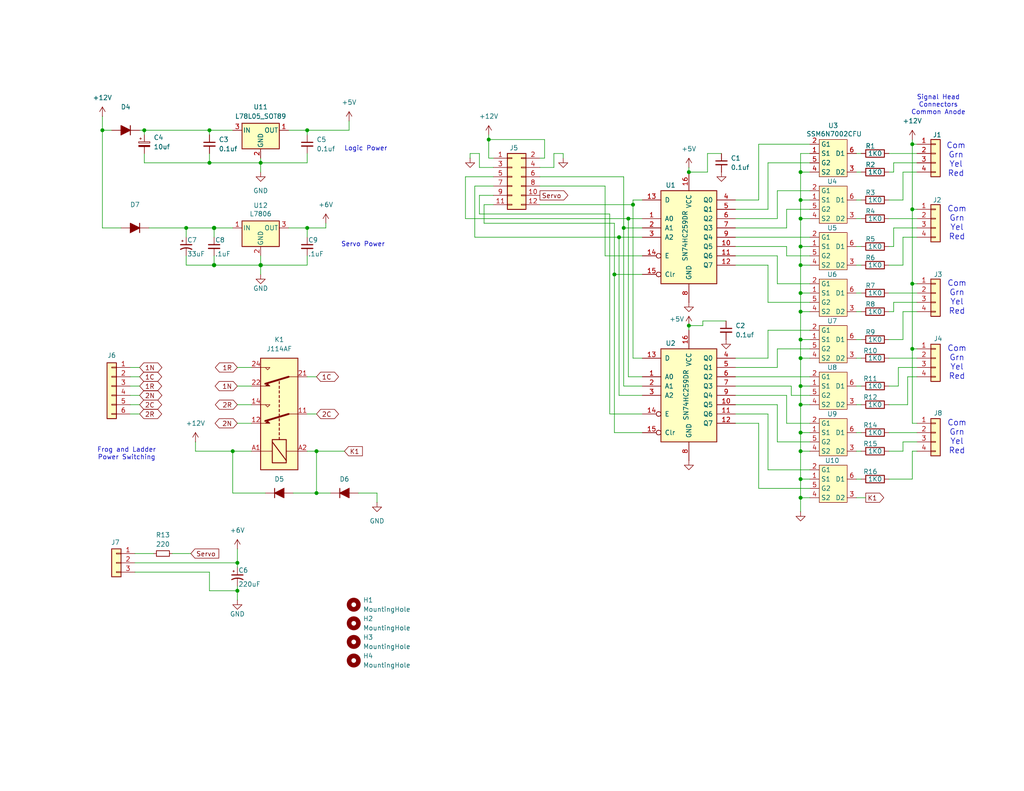
<source format=kicad_sch>
(kicad_sch (version 20250114) (generator "eeschema") (generator_version "9.0")
  (paper "A")
  (title_block (title "Serial Model Railroad Control") (date "2025-03-24") (rev "n/c") (company "DMFE") (comment 1 "Switch Machine and Signals"))
  (lib_symbols
    (symbol "2025-03-24_22-47-57:SSM6N7002CF"
      (property "Reference" "U" (at -3.048 6.096 0))
      (symbol "SSM6N7002CF_1_1"
        (pin input line (at -6.35 2.54 0) (length 2.54) (name "G1") (number "2"))
        (pin power_in line (at -6.35 0 0) (length 2.54) (name "S1") (number "1"))
        (pin input line (at -6.35 -2.54 0) (length 2.54) (name "G2") (number "5"))
        (pin power_in line (at -6.35 -5.08 0) (length 2.54) (name "S2") (number "4"))
        (pin output line (at 6.35 0 180) (length 2.54) (name "D1") (number "6"))
        (pin output line (at 6.35 -5.08 180) (length 2.54) (name "D2") (number "3"))
      )
    )
    (symbol "74xx:74LS259" (pin_names (offset 1.016))
      (property "Reference" "U" (at -7.62 13.97 0))
      (property "Value" "74LS259" (at -7.62 -13.97 0))
      (symbol "74LS259_1_0"
        (pin input line (at -12.7 10.16 0) (length 5.08) (name "D") (number "13"))
        (pin input line (at -12.7 5.08 0) (length 5.08) (name "A0") (number "1"))
        (pin input line (at -12.7 2.54 0) (length 5.08) (name "A1") (number "2"))
        (pin input line (at -12.7 0 0) (length 5.08) (name "A2") (number "3"))
        (pin input inverted (at -12.7 -5.08 0) (length 5.08) (name "E") (number "14"))
        (pin input inverted (at -12.7 -10.16 0) (length 5.08) (name "Clr") (number "15"))
        (pin power_in line (at 0 17.78 270) (length 5.08) (name "VCC") (number "16"))
        (pin power_in line (at 0 -17.78 90) (length 5.08) (name "GND") (number "8"))
        (pin output line (at 12.7 10.16 180) (length 5.08) (name "Q0") (number "4"))
        (pin output line (at 12.7 7.62 180) (length 5.08) (name "Q1") (number "5"))
        (pin output line (at 12.7 5.08 180) (length 5.08) (name "Q2") (number "6"))
        (pin output line (at 12.7 2.54 180) (length 5.08) (name "Q3") (number "7"))
        (pin output line (at 12.7 0 180) (length 5.08) (name "Q4") (number "9"))
        (pin output line (at 12.7 -2.54 180) (length 5.08) (name "Q5") (number "10"))
        (pin output line (at 12.7 -5.08 180) (length 5.08) (name "Q6") (number "11"))
        (pin output line (at 12.7 -7.62 180) (length 5.08) (name "Q7") (number "12"))
      )
    )
    (symbol "Connector_Generic:Conn_01x03" (pin_names (offset 1.016) (hide yes))
      (property "Reference" "J" (at 0 5.08 0))
      (property "Value" "Conn_01x03" (at 0 -5.08 0))
      (symbol "Conn_01x03_1_1"
        (pin passive line (at -5.08 2.54 0) (length 3.81) (name "Pin_1") (number "1"))
        (pin passive line (at -5.08 0 0) (length 3.81) (name "Pin_2") (number "2"))
        (pin passive line (at -5.08 -2.54 0) (length 3.81) (name "Pin_3") (number "3"))
      )
    )
    (symbol "Connector_Generic:Conn_01x04" (pin_names (offset 1.016) (hide yes))
      (property "Reference" "J" (at 0 5.08 0))
      (property "Value" "Conn_01x04" (at 0 -7.62 0))
      (symbol "Conn_01x04_1_1"
        (pin passive line (at -5.08 2.54 0) (length 3.81) (name "Pin_1") (number "1"))
        (pin passive line (at -5.08 0 0) (length 3.81) (name "Pin_2") (number "2"))
        (pin passive line (at -5.08 -2.54 0) (length 3.81) (name "Pin_3") (number "3"))
        (pin passive line (at -5.08 -5.08 0) (length 3.81) (name "Pin_4") (number "4"))
      )
    )
    (symbol "Connector_Generic:Conn_01x06" (pin_names (offset 1.016) (hide yes))
      (property "Reference" "J" (at 0 7.62 0))
      (property "Value" "Conn_01x06" (at 0 -10.16 0))
      (symbol "Conn_01x06_1_1"
        (pin passive line (at -5.08 5.08 0) (length 3.81) (name "Pin_1") (number "1"))
        (pin passive line (at -5.08 2.54 0) (length 3.81) (name "Pin_2") (number "2"))
        (pin passive line (at -5.08 0 0) (length 3.81) (name "Pin_3") (number "3"))
        (pin passive line (at -5.08 -2.54 0) (length 3.81) (name "Pin_4") (number "4"))
        (pin passive line (at -5.08 -5.08 0) (length 3.81) (name "Pin_5") (number "5"))
        (pin passive line (at -5.08 -7.62 0) (length 3.81) (name "Pin_6") (number "6"))
      )
    )
    (symbol "Connector_Generic:Conn_02x06_Odd_Even" (pin_names (offset 1.016) (hide yes))
      (property "Reference" "J" (at 1.27 7.62 0))
      (property "Value" "Conn_02x06_Odd_Even" (at 1.27 -10.16 0))
      (symbol "Conn_02x06_Odd_Even_1_1"
        (pin passive line (at -5.08 5.08 0) (length 3.81) (name "Pin_1") (number "1"))
        (pin passive line (at -5.08 2.54 0) (length 3.81) (name "Pin_3") (number "3"))
        (pin passive line (at -5.08 0 0) (length 3.81) (name "Pin_5") (number "5"))
        (pin passive line (at -5.08 -2.54 0) (length 3.81) (name "Pin_7") (number "7"))
        (pin passive line (at -5.08 -5.08 0) (length 3.81) (name "Pin_9") (number "9"))
        (pin passive line (at -5.08 -7.62 0) (length 3.81) (name "Pin_11") (number "11"))
        (pin passive line (at 7.62 5.08 180) (length 3.81) (name "Pin_2") (number "2"))
        (pin passive line (at 7.62 2.54 180) (length 3.81) (name "Pin_4") (number "4"))
        (pin passive line (at 7.62 0 180) (length 3.81) (name "Pin_6") (number "6"))
        (pin passive line (at 7.62 -2.54 180) (length 3.81) (name "Pin_8") (number "8"))
        (pin passive line (at 7.62 -5.08 180) (length 3.81) (name "Pin_10") (number "10"))
        (pin passive line (at 7.62 -7.62 180) (length 3.81) (name "Pin_12") (number "12"))
      )
    )
    (symbol "Device:CP1_Small" (pin_numbers (hide yes)) (pin_names (offset 0.254) (hide yes))
      (property "Reference" "C" (at 0.254 1.778 0))
      (property "Value" "CP1_Small" (at 0.254 -2.032 0))
      (symbol "CP1_Small_1_1"
        (pin passive line (at 0 2.54 270) (length 2.032) (name "~") (number "1"))
        (pin passive line (at 0 -2.54 90) (length 2.032) (name "~") (number "2"))
      )
    )
    (symbol "Device:C_Polarized_Small" (pin_numbers (hide yes)) (pin_names (offset 0.254) (hide yes))
      (property "Reference" "C" (at 0.254 1.778 0))
      (property "Value" "C_Polarized_Small" (at 0.254 -2.032 0))
      (symbol "C_Polarized_Small_1_1"
        (pin passive line (at 0 2.54 270) (length 1.8542) (name "~") (number "1"))
        (pin passive line (at 0 -2.54 90) (length 1.8542) (name "~") (number "2"))
      )
    )
    (symbol "Device:C_Small" (pin_numbers (hide yes)) (pin_names (offset 0.254) (hide yes))
      (property "Reference" "C" (at 0.254 1.778 0))
      (property "Value" "C_Small" (at 0.254 -2.032 0))
      (symbol "C_Small_1_1"
        (pin passive line (at 0 2.54 270) (length 2.032) (name "~") (number "1"))
        (pin passive line (at 0 -2.54 90) (length 2.032) (name "~") (number "2"))
      )
    )
    (symbol "Device:D_Filled" (pin_numbers (hide yes)) (pin_names (offset 1.016) (hide yes))
      (property "Reference" "D" (at 0 2.54 0))
      (property "Value" "D_Filled" (at 0 -2.54 0))
      (symbol "D_Filled_1_1"
        (pin passive line (at -3.81 0 0) (length 2.54) (name "K") (number "1"))
        (pin passive line (at 3.81 0 180) (length 2.54) (name "A") (number "2"))
      )
    )
    (symbol "Device:R" (pin_numbers (hide yes)) (pin_names (offset 0))
      (property "Reference" "R" (at 2.032 0 90))
      (property "Value" "R" (at 0 0 90))
      (symbol "R_1_1"
        (pin passive line (at 0 3.81 270) (length 1.27) (name "~") (number "1"))
        (pin passive line (at 0 -3.81 90) (length 1.27) (name "~") (number "2"))
      )
    )
    (symbol "Device:R_Small" (pin_numbers (hide yes)) (pin_names (offset 0.254) (hide yes))
      (property "Reference" "R" (at 0.762 0.508 0))
      (property "Value" "R_Small" (at 0.762 -1.016 0))
      (symbol "R_Small_1_1"
        (pin passive line (at 0 2.54 270) (length 0.762) (name "~") (number "1"))
        (pin passive line (at 0 -2.54 90) (length 0.762) (name "~") (number "2"))
      )
    )
    (symbol "Mechanical:MountingHole" (pin_names (offset 1.016)) (exclude_from_sim yes) (in_bom no)
      (property "Reference" "H" (at 0 5.08 0))
      (property "Value" "MountingHole" (at 0 3.175 0))
    )
    (symbol "Regulator_Linear:L7805" (pin_names (offset 0.254))
      (property "Reference" "U" (at -3.81 3.175 0))
      (property "Value" "L7805" (at 0 3.175 0))
      (symbol "L7805_1_1"
        (pin power_in line (at -7.62 0 0) (length 2.54) (name "IN") (number "1"))
        (pin power_in line (at 0 -7.62 90) (length 2.54) (name "GND") (number "2"))
        (pin power_out line (at 7.62 0 180) (length 2.54) (name "OUT") (number "3"))
      )
    )
    (symbol "Regulator_Linear:L78L05_SOT89" (pin_names (offset 0.254))
      (property "Reference" "U" (at -3.81 3.175 0))
      (property "Value" "L78L05_SOT89" (at -0.635 3.175 0))
      (symbol "L78L05_SOT89_1_1"
        (pin power_in line (at -7.62 0 0) (length 2.54) (name "IN") (number "3"))
        (pin power_in line (at 0 -7.62 90) (length 2.54) (name "GND") (number "2"))
        (pin power_out line (at 7.62 0 180) (length 2.54) (name "OUT") (number "1"))
      )
    )
    (symbol "Relay:FINDER-40.52"
      (property "Reference" "K" (at 16.51 3.81 0))
      (property "Value" "FINDER-40.52" (at 16.51 1.27 0))
      (symbol "FINDER-40.52_1_1"
        (pin passive line (at -10.16 7.62 270) (length 2.54) (name "~") (number "A1"))
        (pin passive line (at -10.16 -7.62 90) (length 2.54) (name "~") (number "A2"))
        (pin passive line (at -2.54 7.62 270) (length 2.54) (name "~") (number "12"))
        (pin passive line (at 0 -7.62 90) (length 2.54) (name "~") (number "11"))
        (pin passive line (at 2.54 7.62 270) (length 2.54) (name "~") (number "14"))
        (pin passive line (at 7.62 7.62 270) (length 2.54) (name "~") (number "22"))
        (pin passive line (at 10.16 -7.62 90) (length 2.54) (name "~") (number "21"))
        (pin passive line (at 12.7 7.62 270) (length 2.54) (name "~") (number "24"))
      )
    )
    (symbol "power:+12V" (power) (pin_numbers (hide yes)) (pin_names (offset 0) (hide yes))
      (property "Value" "+12V" (at 0 3.556 0))
      (symbol "+12V_1_1"
        (pin power_in line (at 0 0 90) (length 0) (name "~") (number "1"))
      )
    )
    (symbol "power:+5V" (power) (pin_numbers (hide yes)) (pin_names (offset 0) (hide yes))
      (property "Value" "+5V" (at 0 3.556 0))
      (symbol "+5V_1_1"
        (pin power_in line (at 0 0 90) (length 0) (name "~") (number "1"))
      )
    )
    (symbol "power:+6V" (power) (pin_numbers (hide yes)) (pin_names (offset 0) (hide yes))
      (property "Value" "+6V" (at 0 3.556 0))
      (symbol "+6V_1_1"
        (pin power_in line (at 0 0 90) (length 0) (name "~") (number "1"))
      )
    )
    (symbol "power:GND" (power) (pin_numbers (hide yes)) (pin_names (offset 0) (hide yes))
      (property "Value" "GND" (at 0 -3.81 0))
      (symbol "GND_1_1"
        (pin power_in line (at 0 0 270) (length 0) (name "~") (number "1"))
      )
    )
  )
  (text "Servo Power" (at 99.06 66.802 0) (effects (font (size 1.27 1.27))))
  (text "Com\nGrn\nYel\nRed" (at 261.112 119.38 0) (effects (font (size 1.5748 1.5748))))
  (text "Com\nGrn\nYel\nRed" (at 261.112 60.96 0) (effects (font (size 1.5748 1.5748))))
  (text "Com\nGrn\nYel\nRed" (at 261.112 81.28 0) (effects (font (size 1.5748 1.5748))))
  (text "Com\nGrn\nYel\nRed" (at 261.112 99.06 0) (effects (font (size 1.5748 1.5748))))
  (text "Com\nGrn\nYel\nRed" (at 260.858 43.688 0) (effects (font (size 1.5748 1.5748))))
  (text "Frog and Ladder\nPower Switching" (at 34.544 123.952 0) (effects (font (size 1.27 1.27))))
  (text "Logic Power" (at 99.822 40.64 0) (effects (font (size 1.27 1.27))))
  (text "Signal Head\nConnectors\nCommon Anode" (at 256.032 28.702 0) (effects (font (size 1.27 1.27))))
  (junction (at 218.44 135.89))
  (junction (at 58.42 62.23) (diameter 1.016))
  (junction (at 58.42 72.39) (diameter 1.016))
  (junction (at 218.44 67.31))
  (junction (at 218.44 46.99))
  (junction (at 218.44 72.39))
  (junction (at 71.12 72.39) (diameter 1.016))
  (junction (at 218.44 92.71))
  (junction (at 83.82 62.23))
  (junction (at 57.15 44.45))
  (junction (at 218.44 110.49))
  (junction (at 168.91 64.77))
  (junction (at 218.44 59.69))
  (junction (at 187.96 88.9))
  (junction (at 218.44 123.19))
  (junction (at 248.92 77.47))
  (junction (at 86.36 134.62))
  (junction (at 170.18 62.23))
  (junction (at 86.36 123.19))
  (junction (at 218.44 97.79))
  (junction (at 39.37 35.56))
  (junction (at 248.92 39.37))
  (junction (at 71.12 44.45))
  (junction (at 187.96 46.99))
  (junction (at 218.44 105.41))
  (junction (at 57.15 35.56))
  (junction (at 218.44 130.81))
  (junction (at 172.72 55.88))
  (junction (at 83.82 35.56))
  (junction (at 218.44 54.61))
  (junction (at 171.45 59.69))
  (junction (at 50.8 62.23))
  (junction (at 63.5 123.19))
  (junction (at 167.64 74.93))
  (junction (at 64.77 161.29))
  (junction (at 248.92 95.25))
  (junction (at 218.44 80.01))
  (junction (at 218.44 118.11))
  (junction (at 133.35 38.1))
  (junction (at 64.77 153.67))
  (junction (at 27.94 35.56))
  (junction (at 218.44 85.09))
  (junction (at 248.92 57.15))
  (wire (pts (xy 242.57 41.91) (xy 250.19 41.91)))
  (wire (pts (xy 218.44 105.41) (xy 218.44 97.79)))
  (wire (pts (xy 218.44 85.09) (xy 220.98 85.09)))
  (wire (pts (xy 71.12 43.18) (xy 71.12 44.45)))
  (wire (pts (xy 233.68 54.61) (xy 234.95 54.61)))
  (wire (pts (xy 165.1 50.8) (xy 165.1 69.85)))
  (wire (pts (xy 46.99 151.13) (xy 52.07 151.13)))
  (wire (pts (xy 248.92 77.47) (xy 250.19 77.47)))
  (wire (pts (xy 198.12 87.63) (xy 191.77 87.63)))
  (wire (pts (xy 175.26 97.79) (xy 172.72 97.79)))
  (wire (pts (xy 248.92 57.15) (xy 250.19 57.15)))
  (wire (pts (xy 39.37 35.56) (xy 57.15 35.56)))
  (wire (pts (xy 38.1 35.56) (xy 39.37 35.56)))
  (wire (pts (xy 200.66 107.95) (xy 214.63 107.95)))
  (wire (pts (xy 242.57 85.09) (xy 243.84 85.09)))
  (wire (pts (xy 246.38 64.77) (xy 250.19 64.77)))
  (wire (pts (xy 218.44 46.99) (xy 218.44 41.91)))
  (wire (pts (xy 151.13 41.91) (xy 153.67 41.91)))
  (wire (pts (xy 218.44 80.01) (xy 218.44 72.39)))
  (wire (pts (xy 147.32 43.18) (xy 148.59 43.18)))
  (wire (pts (xy 212.09 110.49) (xy 212.09 120.65)))
  (wire (pts (xy 245.11 105.41) (xy 245.11 100.33)))
  (wire (pts (xy 214.63 107.95) (xy 214.63 115.57)))
  (wire (pts (xy 191.77 87.63) (xy 191.77 88.9)))
  (wire (pts (xy 233.68 123.19) (xy 234.95 123.19)))
  (wire (pts (xy 64.77 110.49) (xy 68.58 110.49)))
  (wire (pts (xy 58.42 72.39) (xy 71.12 72.39)))
  (wire (pts (xy 248.92 57.15) (xy 248.92 77.47)))
  (wire (pts (xy 39.37 35.56) (xy 39.37 36.83)))
  (wire (pts (xy 242.57 72.39) (xy 246.38 72.39)))
  (wire (pts (xy 242.57 130.81) (xy 248.92 130.81)))
  (wire (pts (xy 218.44 110.49) (xy 220.98 110.49)))
  (wire (pts (xy 170.18 105.41) (xy 170.18 62.23)))
  (wire (pts (xy 63.5 123.19) (xy 68.58 123.19)))
  (wire (pts (xy 168.91 64.77) (xy 175.26 64.77)))
  (wire (pts (xy 218.44 80.01) (xy 220.98 80.01)))
  (wire (pts (xy 166.37 113.03) (xy 166.37 58.42)))
  (wire (pts (xy 130.81 45.72) (xy 130.81 41.91)))
  (wire (pts (xy 218.44 92.71) (xy 220.98 92.71)))
  (wire (pts (xy 242.57 110.49) (xy 247.65 110.49)))
  (wire (pts (xy 58.42 62.23) (xy 63.5 62.23)))
  (wire (pts (xy 207.01 54.61) (xy 207.01 39.37)))
  (wire (pts (xy 57.15 44.45) (xy 57.15 41.91)))
  (wire (pts (xy 134.62 48.26) (xy 127 48.26)))
  (wire (pts (xy 212.09 100.33) (xy 212.09 95.25)))
  (wire (pts (xy 102.87 134.62) (xy 97.79 134.62)))
  (wire (pts (xy 165.1 69.85) (xy 175.26 69.85)))
  (wire (pts (xy 218.44 105.41) (xy 220.98 105.41)))
  (wire (pts (xy 80.01 134.62) (xy 86.36 134.62)))
  (wire (pts (xy 200.66 110.49) (xy 212.09 110.49)))
  (wire (pts (xy 83.82 123.19) (xy 86.36 123.19)))
  (wire (pts (xy 132.08 55.88) (xy 132.08 60.96)))
  (wire (pts (xy 246.38 123.19) (xy 246.38 120.65)))
  (wire (pts (xy 233.68 92.71) (xy 234.95 92.71)))
  (wire (pts (xy 50.8 72.39) (xy 58.42 72.39)))
  (wire (pts (xy 170.18 62.23) (xy 175.26 62.23)))
  (wire (pts (xy 218.44 85.09) (xy 218.44 80.01)))
  (wire (pts (xy 242.57 67.31) (xy 243.84 67.31)))
  (wire (pts (xy 248.92 77.47) (xy 248.92 95.25)))
  (wire (pts (xy 200.66 102.87) (xy 220.98 102.87)))
  (wire (pts (xy 218.44 92.71) (xy 218.44 85.09)))
  (wire (pts (xy 209.55 44.45) (xy 220.98 44.45)))
  (wire (pts (xy 71.12 44.45) (xy 57.15 44.45)))
  (wire (pts (xy 64.77 100.33) (xy 68.58 100.33)))
  (wire (pts (xy 133.35 43.18) (xy 134.62 43.18)))
  (wire (pts (xy 242.57 80.01) (xy 250.19 80.01)))
  (wire (pts (xy 209.55 113.03) (xy 209.55 128.27)))
  (wire (pts (xy 86.36 123.19) (xy 86.36 134.62)))
  (wire (pts (xy 130.81 58.42) (xy 130.81 53.34)))
  (wire (pts (xy 246.38 85.09) (xy 250.19 85.09)))
  (wire (pts (xy 64.77 105.41) (xy 68.58 105.41)))
  (wire (pts (xy 64.77 149.86) (xy 64.77 153.67)))
  (wire (pts (xy 36.83 151.13) (xy 41.91 151.13)))
  (wire (pts (xy 233.68 59.69) (xy 234.95 59.69)))
  (wire (pts (xy 58.42 64.77) (xy 58.42 62.23)))
  (wire (pts (xy 242.57 59.69) (xy 250.19 59.69)))
  (wire (pts (xy 218.44 54.61) (xy 218.44 46.99)))
  (wire (pts (xy 248.92 130.81) (xy 248.92 123.19)))
  (wire (pts (xy 168.91 107.95) (xy 168.91 64.77)))
  (wire (pts (xy 233.68 135.89) (xy 236.22 135.89)))
  (wire (pts (xy 218.44 135.89) (xy 220.98 135.89)))
  (wire (pts (xy 247.65 102.87) (xy 250.19 102.87)))
  (wire (pts (xy 218.44 72.39) (xy 218.44 67.31)))
  (wire (pts (xy 27.94 62.23) (xy 27.94 35.56)))
  (wire (pts (xy 218.44 97.79) (xy 218.44 92.71)))
  (wire (pts (xy 27.94 35.56) (xy 27.94 31.75)))
  (wire (pts (xy 218.44 59.69) (xy 220.98 59.69)))
  (wire (pts (xy 88.9 62.23) (xy 83.82 62.23)))
  (wire (pts (xy 200.66 113.03) (xy 209.55 113.03)))
  (wire (pts (xy 246.38 120.65) (xy 250.19 120.65)))
  (wire (pts (xy 233.68 41.91) (xy 234.95 41.91)))
  (wire (pts (xy 207.01 115.57) (xy 207.01 133.35)))
  (wire (pts (xy 127 48.26) (xy 127 59.69)))
  (wire (pts (xy 172.72 54.61) (xy 175.26 54.61)))
  (wire (pts (xy 39.37 44.45) (xy 57.15 44.45)))
  (wire (pts (xy 35.56 107.95) (xy 38.1 107.95)))
  (wire (pts (xy 242.57 97.79) (xy 250.19 97.79)))
  (wire (pts (xy 166.37 58.42) (xy 130.81 58.42)))
  (wire (pts (xy 58.42 69.85) (xy 58.42 72.39)))
  (wire (pts (xy 57.15 35.56) (xy 57.15 36.83)))
  (wire (pts (xy 200.66 67.31) (xy 214.63 67.31)))
  (wire (pts (xy 233.68 46.99) (xy 234.95 46.99)))
  (wire (pts (xy 243.84 44.45) (xy 250.19 44.45)))
  (wire (pts (xy 200.66 105.41) (xy 215.9 105.41)))
  (wire (pts (xy 218.44 67.31) (xy 220.98 67.31)))
  (wire (pts (xy 207.01 133.35) (xy 220.98 133.35)))
  (wire (pts (xy 64.77 161.29) (xy 64.77 163.83)))
  (wire (pts (xy 248.92 95.25) (xy 248.92 115.57)))
  (wire (pts (xy 248.92 39.37) (xy 250.19 39.37)))
  (wire (pts (xy 83.82 69.85) (xy 83.82 72.39)))
  (wire (pts (xy 36.83 153.67) (xy 64.77 153.67)))
  (wire (pts (xy 218.44 139.7) (xy 218.44 135.89)))
  (wire (pts (xy 242.57 118.11) (xy 250.19 118.11)))
  (wire (pts (xy 200.66 69.85) (xy 212.09 69.85)))
  (wire (pts (xy 212.09 120.65) (xy 220.98 120.65)))
  (wire (pts (xy 35.56 110.49) (xy 38.1 110.49)))
  (wire (pts (xy 147.32 55.88) (xy 172.72 55.88)))
  (wire (pts (xy 187.96 88.9) (xy 187.96 90.17)))
  (wire (pts (xy 175.26 118.11) (xy 167.64 118.11)))
  (wire (pts (xy 30.48 35.56) (xy 27.94 35.56)))
  (wire (pts (xy 250.19 115.57) (xy 248.92 115.57)))
  (wire (pts (xy 242.57 46.99) (xy 243.84 46.99)))
  (wire (pts (xy 233.68 97.79) (xy 234.95 97.79)))
  (wire (pts (xy 200.66 64.77) (xy 220.98 64.77)))
  (wire (pts (xy 218.44 110.49) (xy 218.44 105.41)))
  (wire (pts (xy 167.64 74.93) (xy 175.26 74.93)))
  (wire (pts (xy 218.44 67.31) (xy 218.44 59.69)))
  (wire (pts (xy 215.9 105.41) (xy 215.9 107.95)))
  (wire (pts (xy 248.92 38.1) (xy 248.92 39.37)))
  (wire (pts (xy 218.44 123.19) (xy 220.98 123.19)))
  (wire (pts (xy 170.18 48.26) (xy 170.18 62.23)))
  (wire (pts (xy 207.01 39.37) (xy 220.98 39.37)))
  (wire (pts (xy 233.68 72.39) (xy 234.95 72.39)))
  (wire (pts (xy 128.27 41.91) (xy 128.27 43.18)))
  (wire (pts (xy 245.11 100.33) (xy 250.19 100.33)))
  (wire (pts (xy 246.38 46.99) (xy 250.19 46.99)))
  (wire (pts (xy 233.68 118.11) (xy 234.95 118.11)))
  (wire (pts (xy 209.55 97.79) (xy 209.55 90.17)))
  (wire (pts (xy 242.57 123.19) (xy 246.38 123.19)))
  (wire (pts (xy 209.55 57.15) (xy 209.55 44.45)))
  (wire (pts (xy 233.68 105.41) (xy 234.95 105.41)))
  (wire (pts (xy 35.56 102.87) (xy 38.1 102.87)))
  (wire (pts (xy 36.83 156.21) (xy 57.15 156.21)))
  (wire (pts (xy 130.81 41.91) (xy 128.27 41.91)))
  (wire (pts (xy 83.82 64.77) (xy 83.82 62.23)))
  (wire (pts (xy 218.44 41.91) (xy 220.98 41.91)))
  (wire (pts (xy 57.15 35.56) (xy 63.5 35.56)))
  (wire (pts (xy 64.77 160.02) (xy 64.77 161.29)))
  (wire (pts (xy 83.82 102.87) (xy 86.36 102.87)))
  (wire (pts (xy 133.35 36.83) (xy 133.35 38.1)))
  (wire (pts (xy 215.9 107.95) (xy 220.98 107.95)))
  (wire (pts (xy 187.96 45.72) (xy 187.96 46.99)))
  (wire (pts (xy 212.09 69.85) (xy 212.09 77.47)))
  (wire (pts (xy 214.63 62.23) (xy 214.63 57.15)))
  (wire (pts (xy 57.15 156.21) (xy 57.15 161.29)))
  (wire (pts (xy 129.54 64.77) (xy 168.91 64.77)))
  (wire (pts (xy 209.55 82.55) (xy 220.98 82.55)))
  (wire (pts (xy 212.09 95.25) (xy 220.98 95.25)))
  (wire (pts (xy 129.54 50.8) (xy 129.54 64.77)))
  (wire (pts (xy 175.26 113.03) (xy 166.37 113.03)))
  (wire (pts (xy 175.26 102.87) (xy 171.45 102.87)))
  (wire (pts (xy 147.32 50.8) (xy 165.1 50.8)))
  (wire (pts (xy 218.44 46.99) (xy 220.98 46.99)))
  (wire (pts (xy 171.45 102.87) (xy 171.45 59.69)))
  (wire (pts (xy 209.55 128.27) (xy 220.98 128.27)))
  (wire (pts (xy 214.63 115.57) (xy 220.98 115.57)))
  (wire (pts (xy 86.36 134.62) (xy 90.17 134.62)))
  (wire (pts (xy 247.65 110.49) (xy 247.65 102.87)))
  (wire (pts (xy 71.12 44.45) (xy 71.12 46.99)))
  (wire (pts (xy 147.32 48.26) (xy 170.18 48.26)))
  (wire (pts (xy 133.35 38.1) (xy 133.35 43.18)))
  (wire (pts (xy 243.84 46.99) (xy 243.84 44.45)))
  (wire (pts (xy 71.12 44.45) (xy 83.82 44.45)))
  (wire (pts (xy 191.77 88.9) (xy 187.96 88.9)))
  (wire (pts (xy 233.68 110.49) (xy 234.95 110.49)))
  (wire (pts (xy 83.82 113.03) (xy 86.36 113.03)))
  (wire (pts (xy 175.26 105.41) (xy 170.18 105.41)))
  (wire (pts (xy 200.66 100.33) (xy 212.09 100.33)))
  (wire (pts (xy 134.62 55.88) (xy 132.08 55.88)))
  (wire (pts (xy 95.25 33.02) (xy 95.25 35.56)))
  (wire (pts (xy 147.32 45.72) (xy 151.13 45.72)))
  (wire (pts (xy 209.55 90.17) (xy 220.98 90.17)))
  (wire (pts (xy 200.66 54.61) (xy 207.01 54.61)))
  (wire (pts (xy 171.45 59.69) (xy 175.26 59.69)))
  (wire (pts (xy 83.82 41.91) (xy 83.82 44.45)))
  (wire (pts (xy 200.66 62.23) (xy 214.63 62.23)))
  (wire (pts (xy 243.84 67.31) (xy 243.84 62.23)))
  (wire (pts (xy 233.68 85.09) (xy 234.95 85.09)))
  (wire (pts (xy 175.26 107.95) (xy 168.91 107.95)))
  (wire (pts (xy 130.81 53.34) (xy 134.62 53.34)))
  (wire (pts (xy 33.02 62.23) (xy 27.94 62.23)))
  (wire (pts (xy 50.8 69.85) (xy 50.8 72.39)))
  (wire (pts (xy 200.66 97.79) (xy 209.55 97.79)))
  (wire (pts (xy 242.57 105.41) (xy 245.11 105.41)))
  (wire (pts (xy 71.12 69.85) (xy 71.12 72.39)))
  (wire (pts (xy 218.44 59.69) (xy 218.44 54.61)))
  (wire (pts (xy 78.74 62.23) (xy 83.82 62.23)))
  (wire (pts (xy 196.85 41.91) (xy 193.04 41.91)))
  (wire (pts (xy 200.66 59.69) (xy 212.09 59.69)))
  (wire (pts (xy 193.04 46.99) (xy 187.96 46.99)))
  (wire (pts (xy 172.72 55.88) (xy 172.72 54.61)))
  (wire (pts (xy 83.82 35.56) (xy 95.25 35.56)))
  (wire (pts (xy 53.34 120.65) (xy 53.34 123.19)))
  (wire (pts (xy 242.57 92.71) (xy 246.38 92.71)))
  (wire (pts (xy 39.37 41.91) (xy 39.37 44.45)))
  (wire (pts (xy 64.77 153.67) (xy 64.77 154.94)))
  (wire (pts (xy 151.13 45.72) (xy 151.13 41.91)))
  (wire (pts (xy 218.44 130.81) (xy 220.98 130.81)))
  (wire (pts (xy 132.08 60.96) (xy 167.64 60.96)))
  (wire (pts (xy 218.44 97.79) (xy 220.98 97.79)))
  (wire (pts (xy 218.44 118.11) (xy 218.44 110.49)))
  (wire (pts (xy 40.64 62.23) (xy 50.8 62.23)))
  (wire (pts (xy 83.82 35.56) (xy 83.82 36.83)))
  (wire (pts (xy 86.36 123.19) (xy 93.98 123.19)))
  (wire (pts (xy 248.92 123.19) (xy 250.19 123.19)))
  (wire (pts (xy 212.09 59.69) (xy 212.09 52.07)))
  (wire (pts (xy 57.15 161.29) (xy 64.77 161.29)))
  (wire (pts (xy 248.92 95.25) (xy 250.19 95.25)))
  (wire (pts (xy 243.84 62.23) (xy 250.19 62.23)))
  (wire (pts (xy 233.68 80.01) (xy 234.95 80.01)))
  (wire (pts (xy 127 59.69) (xy 171.45 59.69)))
  (wire (pts (xy 212.09 52.07) (xy 220.98 52.07)))
  (wire (pts (xy 214.63 69.85) (xy 220.98 69.85)))
  (wire (pts (xy 218.44 130.81) (xy 218.44 123.19)))
  (wire (pts (xy 134.62 45.72) (xy 130.81 45.72)))
  (wire (pts (xy 88.9 60.96) (xy 88.9 62.23)))
  (wire (pts (xy 214.63 67.31) (xy 214.63 69.85)))
  (wire (pts (xy 233.68 67.31) (xy 234.95 67.31)))
  (wire (pts (xy 71.12 72.39) (xy 71.12 74.93)))
  (wire (pts (xy 172.72 97.79) (xy 172.72 55.88)))
  (wire (pts (xy 248.92 39.37) (xy 248.92 57.15)))
  (wire (pts (xy 242.57 54.61) (xy 246.38 54.61)))
  (wire (pts (xy 243.84 85.09) (xy 243.84 82.55)))
  (wire (pts (xy 209.55 72.39) (xy 209.55 82.55)))
  (wire (pts (xy 35.56 113.03) (xy 38.1 113.03)))
  (wire (pts (xy 200.66 115.57) (xy 207.01 115.57)))
  (wire (pts (xy 148.59 43.18) (xy 148.59 38.1)))
  (wire (pts (xy 78.74 35.56) (xy 83.82 35.56)))
  (wire (pts (xy 246.38 54.61) (xy 246.38 46.99)))
  (wire (pts (xy 233.68 130.81) (xy 234.95 130.81)))
  (wire (pts (xy 50.8 62.23) (xy 58.42 62.23)))
  (wire (pts (xy 200.66 57.15) (xy 209.55 57.15)))
  (wire (pts (xy 63.5 134.62) (xy 63.5 123.19)))
  (wire (pts (xy 64.77 115.57) (xy 68.58 115.57)))
  (wire (pts (xy 102.87 137.16) (xy 102.87 134.62)))
  (wire (pts (xy 148.59 38.1) (xy 133.35 38.1)))
  (wire (pts (xy 218.44 118.11) (xy 220.98 118.11)))
  (wire (pts (xy 35.56 100.33) (xy 38.1 100.33)))
  (wire (pts (xy 134.62 50.8) (xy 129.54 50.8)))
  (wire (pts (xy 246.38 92.71) (xy 246.38 85.09)))
  (wire (pts (xy 243.84 82.55) (xy 250.19 82.55)))
  (wire (pts (xy 167.64 118.11) (xy 167.64 74.93)))
  (wire (pts (xy 35.56 105.41) (xy 38.1 105.41)))
  (wire (pts (xy 193.04 41.91) (xy 193.04 46.99)))
  (wire (pts (xy 167.64 60.96) (xy 167.64 74.93)))
  (wire (pts (xy 218.44 54.61) (xy 220.98 54.61)))
  (wire (pts (xy 72.39 134.62) (xy 63.5 134.62)))
  (wire (pts (xy 212.09 77.47) (xy 220.98 77.47)))
  (wire (pts (xy 214.63 57.15) (xy 220.98 57.15)))
  (wire (pts (xy 50.8 64.77) (xy 50.8 62.23)))
  (wire (pts (xy 153.67 41.91) (xy 153.67 43.18)))
  (wire (pts (xy 53.34 123.19) (xy 63.5 123.19)))
  (wire (pts (xy 218.44 123.19) (xy 218.44 118.11)))
  (wire (pts (xy 71.12 72.39) (xy 83.82 72.39)))
  (wire (pts (xy 218.44 72.39) (xy 220.98 72.39)))
  (wire (pts (xy 246.38 72.39) (xy 246.38 64.77)))
  (wire (pts (xy 200.66 72.39) (xy 209.55 72.39)))
  (wire (pts (xy 218.44 135.89) (xy 218.44 130.81)))
  (global_label "Servo" (shape output) (at 147.32 53.34 0) (property "Intersheetrefs" "${INTERSHEET_REFS}" (effects (hide yes))))
  (global_label "2C" (shape bidirectional) (at 86.36 113.03 0) (property "Intersheetrefs" "${INTERSHEET_REFS}" (effects (hide yes))))
  (global_label "1N" (shape bidirectional) (at 64.77 105.41 180) (property "Intersheetrefs" "${INTERSHEET_REFS}" (effects (hide yes))))
  (global_label "2N" (shape bidirectional) (at 38.1 107.95 0) (property "Intersheetrefs" "${INTERSHEET_REFS}" (effects (hide yes))))
  (global_label "Servo" (shape input) (at 52.07 151.13 0) (property "Intersheetrefs" "${INTERSHEET_REFS}" (effects (hide yes))))
  (global_label "1C" (shape bidirectional) (at 38.1 102.87 0) (property "Intersheetrefs" "${INTERSHEET_REFS}" (effects (hide yes))))
  (global_label "2C" (shape bidirectional) (at 38.1 110.49 0) (property "Intersheetrefs" "${INTERSHEET_REFS}" (effects (hide yes))))
  (global_label "K1" (shape output) (at 236.22 135.89 0) (property "Intersheetrefs" "${INTERSHEET_REFS}" (effects (hide yes))))
  (global_label "1N" (shape bidirectional) (at 38.1 100.33 0) (property "Intersheetrefs" "${INTERSHEET_REFS}" (effects (hide yes))))
  (global_label "2R" (shape bidirectional) (at 64.77 110.49 180) (property "Intersheetrefs" "${INTERSHEET_REFS}" (effects (hide yes))))
  (global_label "K1" (shape input) (at 93.98 123.19 0) (property "Intersheetrefs" "${INTERSHEET_REFS}" (effects (hide yes))))
  (global_label "2R" (shape bidirectional) (at 38.1 113.03 0) (property "Intersheetrefs" "${INTERSHEET_REFS}" (effects (hide yes))))
  (global_label "2N" (shape bidirectional) (at 64.77 115.57 180) (property "Intersheetrefs" "${INTERSHEET_REFS}" (effects (hide yes))))
  (global_label "1R" (shape bidirectional) (at 64.77 100.33 180) (property "Intersheetrefs" "${INTERSHEET_REFS}" (effects (hide yes))))
  (global_label "1R" (shape bidirectional) (at 38.1 105.41 0) (property "Intersheetrefs" "${INTERSHEET_REFS}" (effects (hide yes))))
  (global_label "1C" (shape bidirectional) (at 86.36 102.87 0) (property "Intersheetrefs" "${INTERSHEET_REFS}" (effects (hide yes))))
  (symbol (lib_id "power:GND") (at 128.27 43.18 0) (unit 1)
    (property "Reference" "#PWR08" (effects (hide yes)))
    (property "Value" "GND" (effects (hide yes)))
    (property "Description" "Power symbol creates a global label with name \"GND\" , ground" (effects (hide yes)))
  )
  (symbol (lib_id "2025-03-24_22-47-57:SSM6N7002CF") (at 227.33 105.41 0) (unit 1)
    (property "Reference" "U8" (at 227.076 100.33 0))
    (property "Value" "SSM6N7002CFU" (effects (hide yes)))
    (property "Footprint" "Package_TO_SOT_SMD:SOT-363_SC-70-6_Handsoldering" (effects (hide yes)))
  )
  (symbol (lib_id "Regulator_Linear:L7805") (at 71.12 62.23 0) (unit 1)
    (property "Reference" "U12" (at 71.12 56.0832 0))
    (property "Value" "L7806" (at 71.12 58.3946 0))
    (property "Footprint" "Package_TO_SOT_SMD:TO-263-2" (effects (hide yes)))
    (property "Datasheet" "http://www.st.com/content/ccc/resource/technical/document/datasheet/41/4f/b3/b0/12/d4/47/88/CD00000444.pdf/files/CD00000444.pdf/jcr:content/translations/en.CD00000444.pdf" (effects (hide yes)))
  )
  (symbol (lib_id "power:+12V") (at 27.94 31.75 0) (unit 1)
    (property "Reference" "#PWR012" (effects (hide yes)))
    (property "Value" "+12V" (at 27.94 26.67 0))
    (property "Description" "Power symbol creates a global label with name \"+12V\"" (effects (hide yes)))
  )
  (symbol (lib_id "Connector_Generic:Conn_01x04") (at 255.27 59.69 0) (unit 1)
    (property "Reference" "J2" (at 254.508 54.61 0) (effects (justify left)))
    (property "Value" "Conn_01x04" (effects (hide yes)))
    (property "Footprint" "TerminalBlock_Phoenix:TerminalBlock_Phoenix_PT-1,5-4-3.5-H_1x04_P3.50mm_Horizontal" (effects (hide yes)))
    (property "Description" "Generic connector, single row, 01x04, script generated (kicad-library-utils/schlib/autogen/connector/)" (effects (hide yes)))
  )
  (symbol (lib_id "Mechanical:MountingHole") (at 96.52 170.18 0) (unit 1) (exclude_from_sim yes) (in_bom no)
    (property "Reference" "H2" (at 99.06 168.9099 0) (effects (justify left)))
    (property "Value" "MountingHole" (at 99.06 171.4499 0) (effects (justify left)))
    (property "Footprint" "MountingHole:MountingHole_3.2mm_M3" (effects (hide yes)))
    (property "Description" "Mounting Hole without connection" (effects (hide yes)))
  )
  (symbol (lib_id "power:GND") (at 102.87 137.16 0) (unit 1)
    (property "Reference" "#PWR016" (effects (hide yes)))
    (property "Value" "GND" (at 102.87 142.24 0))
    (property "Description" "Power symbol creates a global label with name \"GND\" , ground" (effects (hide yes)))
  )
  (symbol (lib_id "2025-03-24_22-47-57:SSM6N7002CF") (at 227.33 130.81 0) (unit 1)
    (property "Reference" "U10" (at 227.076 125.73 0))
    (property "Value" "SSM6N7002CFU" (effects (hide yes)))
    (property "Footprint" "Package_TO_SOT_SMD:SOT-363_SC-70-6_Handsoldering" (effects (hide yes)))
  )
  (symbol (lib_id "power:+5V") (at 187.96 88.9 0) (unit 1)
    (property "Reference" "#PWR06" (effects (hide yes)))
    (property "Value" "+5V" (at 184.658 87.122 0))
    (property "Description" "Power symbol creates a global label with name \"+5V\"" (effects (hide yes)))
  )
  (symbol (lib_id "2025-03-24_22-47-57:SSM6N7002CF") (at 227.33 54.61 0) (unit 1)
    (property "Reference" "U4" (at 227.076 49.53 0))
    (property "Value" "SSM6N7002CFU" (effects (hide yes)))
    (property "Footprint" "Package_TO_SOT_SMD:SOT-363_SC-70-6_Handsoldering" (effects (hide yes)))
  )
  (symbol (lib_id "Device:R") (at 238.76 110.49 90) (unit 1)
    (property "Reference" "R12" (at 237.49 108.458 90))
    (property "Value" "1K0" (at 238.76 110.49 90))
    (property "Footprint" "Resistor_THT:R_Axial_DIN0204_L3.6mm_D1.6mm_P7.62mm_Horizontal" (effects (hide yes)))
    (property "Description" "Resistor" (effects (hide yes)))
  )
  (symbol (lib_id "power:+12V") (at 53.34 120.65 0) (unit 1)
    (property "Reference" "#PWR015" (effects (hide yes)))
    (property "Value" "+12V" (at 53.34 115.57 0))
    (property "Description" "Power symbol creates a global label with name \"+12V\"" (effects (hide yes)))
  )
  (symbol (lib_id "power:GND") (at 196.85 46.99 0) (unit 1)
    (property "Reference" "#PWR011" (effects (hide yes)))
    (property "Value" "GND" (effects (hide yes)))
    (property "Description" "Power symbol creates a global label with name \"GND\" , ground" (effects (hide yes)))
  )
  (symbol (lib_id "Connector_Generic:Conn_01x04") (at 255.27 118.11 0) (unit 1)
    (property "Reference" "J8" (at 254.762 112.776 0) (effects (justify left)))
    (property "Value" "Conn_01x04" (effects (hide yes)))
    (property "Footprint" "TerminalBlock_Phoenix:TerminalBlock_Phoenix_PT-1,5-4-3.5-H_1x04_P3.50mm_Horizontal" (effects (hide yes)))
    (property "Description" "Generic connector, single row, 01x04, script generated (kicad-library-utils/schlib/autogen/connector/)" (effects (hide yes)))
  )
  (symbol (lib_id "Device:R") (at 238.76 54.61 90) (unit 1)
    (property "Reference" "R3" (at 237.49 52.578 90))
    (property "Value" "1K0" (at 238.76 54.61 90))
    (property "Footprint" "Resistor_THT:R_Axial_DIN0204_L3.6mm_D1.6mm_P7.62mm_Horizontal" (effects (hide yes)))
    (property "Description" "Resistor" (effects (hide yes)))
  )
  (symbol (lib_id "2025-03-24_22-47-57:SSM6N7002CF") (at 227.33 67.31 0) (unit 1)
    (property "Reference" "U5" (at 227.076 62.23 0))
    (property "Value" "SSM6N7002CFU" (effects (hide yes)))
    (property "Footprint" "Package_TO_SOT_SMD:SOT-363_SC-70-6_Handsoldering" (effects (hide yes)))
  )
  (symbol (lib_id "Device:D_Filled") (at 36.83 62.23 180) (unit 1)
    (property "Reference" "D7" (at 36.83 55.88 0))
    (property "Value" "SMA" (effects (hide yes)))
    (property "Footprint" "Diode_SMD:D_SMA_Handsoldering" (effects (hide yes)))
    (property "Description" "Diode, filled shape" (effects (hide yes)))
    (property "Sim.Device" "D" (effects (hide yes)))
    (property "Sim.Pins" "1=K 2=A" (effects (hide yes)))
  )
  (symbol (lib_id "Device:C_Small") (at 198.12 90.17 0) (unit 1)
    (property "Reference" "C2" (at 200.66 88.9062 0) (effects (justify left)))
    (property "Value" "0.1uf" (at 200.66 91.4462 0) (effects (justify left)))
    (property "Footprint" "Capacitor_SMD:C_0805_2012Metric_Pad1.18x1.45mm_HandSolder" (effects (hide yes)))
    (property "Description" "Unpolarized capacitor, small symbol" (effects (hide yes)))
  )
  (symbol (lib_id "power:GND") (at 64.77 163.83 0) (unit 1)
    (property "Reference" "#PWR020" (effects (hide yes)))
    (property "Value" "GND" (at 64.77 167.64 0))
  )
  (symbol (lib_id "Device:C_Small") (at 83.82 67.31 0) (unit 1)
    (property "Reference" "C9" (at 84.074 65.532 0) (effects (justify left)))
    (property "Value" ".1uF" (at 84.074 69.342 0) (effects (justify left)))
    (property "Footprint" "Capacitor_SMD:C_0805_2012Metric_Pad1.18x1.45mm_HandSolder" (effects (hide yes)))
  )
  (symbol (lib_id "Device:C_Small") (at 83.82 39.37 0) (unit 1)
    (property "Reference" "C5" (at 86.36 38.1062 0) (effects (justify left)))
    (property "Value" "0.1uf" (at 86.36 40.6462 0) (effects (justify left)))
    (property "Footprint" "Capacitor_SMD:C_0805_2012Metric_Pad1.18x1.45mm_HandSolder" (effects (hide yes)))
    (property "Description" "Unpolarized capacitor, small symbol" (effects (hide yes)))
  )
  (symbol (lib_id "Connector_Generic:Conn_01x04") (at 255.27 97.79 0) (unit 1)
    (property "Reference" "J4" (at 254.762 92.456 0) (effects (justify left)))
    (property "Value" "Conn_01x04" (effects (hide yes)))
    (property "Footprint" "TerminalBlock_Phoenix:TerminalBlock_Phoenix_PT-1,5-4-3.5-H_1x04_P3.50mm_Horizontal" (effects (hide yes)))
    (property "Description" "Generic connector, single row, 01x04, script generated (kicad-library-utils/schlib/autogen/connector/)" (effects (hide yes)))
  )
  (symbol (lib_id "2025-03-24_22-47-57:SSM6N7002CF") (at 227.33 118.11 0) (unit 1)
    (property "Reference" "U9" (at 227.076 113.03 0))
    (property "Value" "SSM6N7002CFU" (effects (hide yes)))
    (property "Footprint" "Package_TO_SOT_SMD:SOT-363_SC-70-6_Handsoldering" (effects (hide yes)))
  )
  (symbol (lib_id "Device:R") (at 238.76 72.39 90) (unit 1)
    (property "Reference" "R6" (at 237.49 70.358 90))
    (property "Value" "1K0" (at 238.76 72.39 90))
    (property "Footprint" "Resistor_THT:R_Axial_DIN0204_L3.6mm_D1.6mm_P7.62mm_Horizontal" (effects (hide yes)))
    (property "Description" "Resistor" (effects (hide yes)))
  )
  (symbol (lib_id "power:GND") (at 187.96 125.73 0) (unit 1)
    (property "Reference" "#PWR01" (effects (hide yes)))
    (property "Value" "GND" (effects (hide yes)))
    (property "Description" "Power symbol creates a global label with name \"GND\" , ground" (effects (hide yes)))
  )
  (symbol (lib_id "Device:CP1_Small") (at 50.8 67.31 0) (unit 1)
    (property "Reference" "C7" (at 51.054 65.532 0) (effects (justify left)))
    (property "Value" "33uF" (at 51.054 69.342 0) (effects (justify left)))
    (property "Footprint" "Capacitor_THT:CP_Radial_D5.0mm_P2.00mm" (effects (hide yes)))
  )
  (symbol (lib_id "Device:R") (at 238.76 123.19 90) (unit 1)
    (property "Reference" "R15" (at 237.49 121.158 90))
    (property "Value" "1K0" (at 238.76 123.19 90))
    (property "Footprint" "Resistor_THT:R_Axial_DIN0204_L3.6mm_D1.6mm_P7.62mm_Horizontal" (effects (hide yes)))
    (property "Description" "Resistor" (effects (hide yes)))
  )
  (symbol (lib_id "power:GND") (at 71.12 46.99 0) (unit 1)
    (property "Reference" "#PWR013" (effects (hide yes)))
    (property "Value" "GND" (at 71.12 52.07 0))
    (property "Description" "Power symbol creates a global label with name \"GND\" , ground" (effects (hide yes)))
  )
  (symbol (lib_id "Mechanical:MountingHole") (at 96.52 175.26 0) (unit 1) (exclude_from_sim yes) (in_bom no)
    (property "Reference" "H3" (at 99.06 173.9899 0) (effects (justify left)))
    (property "Value" "MountingHole" (at 99.06 176.5299 0) (effects (justify left)))
    (property "Footprint" "MountingHole:MountingHole_3.2mm_M3" (effects (hide yes)))
    (property "Description" "Mounting Hole without connection" (effects (hide yes)))
  )
  (symbol (lib_id "Device:R_Small") (at 44.45 151.13 90) (unit 1)
    (property "Reference" "R13" (at 44.45 146.05 90))
    (property "Value" "220" (at 44.45 148.59 90))
    (property "Footprint" "Resistor_SMD:R_0805_2012Metric_Pad1.20x1.40mm_HandSolder" (effects (hide yes)))
    (property "Description" "Resistor, small symbol" (effects (hide yes)))
  )
  (symbol (lib_id "power:+5V") (at 187.96 45.72 0) (unit 1)
    (property "Reference" "#PWR05" (effects (hide yes)))
    (property "Value" "+5V" (at 187.96 40.64 0))
    (property "Description" "Power symbol creates a global label with name \"+5V\"" (effects (hide yes)))
  )
  (symbol (lib_id "Device:R") (at 238.76 118.11 90) (unit 1)
    (property "Reference" "R14" (at 237.49 116.078 90))
    (property "Value" "1K0" (at 238.76 118.11 90))
    (property "Footprint" "Resistor_THT:R_Axial_DIN0204_L3.6mm_D1.6mm_P7.62mm_Horizontal" (effects (hide yes)))
    (property "Description" "Resistor" (effects (hide yes)))
  )
  (symbol (lib_id "Connector_Generic:Conn_01x04") (at 255.27 80.01 0) (unit 1)
    (property "Reference" "J3" (at 254.762 74.93 0) (effects (justify left)))
    (property "Value" "Conn_01x04" (effects (hide yes)))
    (property "Footprint" "TerminalBlock_Phoenix:TerminalBlock_Phoenix_PT-1,5-4-3.5-H_1x04_P3.50mm_Horizontal" (effects (hide yes)))
    (property "Description" "Generic connector, single row, 01x04, script generated (kicad-library-utils/schlib/autogen/connector/)" (effects (hide yes)))
  )
  (symbol (lib_id "Device:D_Filled") (at 93.98 134.62 0) (unit 1)
    (property "Reference" "D6" (at 93.98 130.81 0))
    (property "Value" "SMA" (effects (hide yes)))
    (property "Footprint" "Diode_SMD:D_SMA_Handsoldering" (effects (hide yes)))
    (property "Description" "Diode, filled shape" (effects (hide yes)))
    (property "Sim.Device" "D" (effects (hide yes)))
    (property "Sim.Pins" "1=K 2=A" (effects (hide yes)))
  )
  (symbol (lib_id "Device:R") (at 238.76 59.69 90) (unit 1)
    (property "Reference" "R4" (at 237.49 57.658 90))
    (property "Value" "1K0" (at 238.76 59.69 90))
    (property "Footprint" "Resistor_THT:R_Axial_DIN0204_L3.6mm_D1.6mm_P7.62mm_Horizontal" (effects (hide yes)))
    (property "Description" "Resistor" (effects (hide yes)))
  )
  (symbol (lib_id "power:+12V") (at 248.92 38.1 0) (unit 1)
    (property "Reference" "#PWR04" (effects (hide yes)))
    (property "Value" "+12V" (at 248.92 33.02 0))
    (property "Description" "Power symbol creates a global label with name \"+12V\"" (effects (hide yes)))
  )
  (symbol (lib_id "Device:R") (at 238.76 92.71 90) (unit 1)
    (property "Reference" "R9" (at 237.49 90.678 90))
    (property "Value" "1K0" (at 238.76 92.71 90))
    (property "Footprint" "Resistor_THT:R_Axial_DIN0204_L3.6mm_D1.6mm_P7.62mm_Horizontal" (effects (hide yes)))
    (property "Description" "Resistor" (effects (hide yes)))
  )
  (symbol (lib_id "Relay:FINDER-40.52") (at 76.2 113.03 90) (unit 1)
    (property "Reference" "K1" (at 76.2 92.71 90))
    (property "Value" "J114AF" (at 76.2 95.25 90))
    (property "Footprint" "Relay_THT:Relay_DPDT_Finder_40.52" (effects (hide yes)))
    (property "Datasheet" "http://gfinder.findernet.com/assets/Series/353/S40EN.pdf" (effects (hide yes)))
    (property "Description" "FINDER 40.52, Dual Pole Relay, 5mm Pitch, 10A" (effects (hide yes)))
  )
  (symbol (lib_id "2025-03-24_22-47-57:SSM6N7002CF") (at 227.33 41.91 0) (unit 1)
    (property "Reference" "U3" (at 227.33 34.29 0))
    (property "Value" "SSM6N7002CFU" (at 227.584 36.576 0))
    (property "Footprint" "Package_TO_SOT_SMD:SOT-363_SC-70-6_Handsoldering" (effects (hide yes)))
  )
  (symbol (lib_id "power:+6V") (at 64.77 149.86 0) (unit 1)
    (property "Reference" "#PWR019" (effects (hide yes)))
    (property "Value" "+6V" (at 64.77 144.78 0))
    (property "Description" "Power symbol creates a global label with name \"+6V\"" (effects (hide yes)))
  )
  (symbol (lib_id "2025-03-24_22-47-57:SSM6N7002CF") (at 227.33 80.01 0) (unit 1)
    (property "Reference" "U6" (at 227.076 74.93 0))
    (property "Value" "SSM6N7002CFU" (effects (hide yes)))
    (property "Footprint" "Package_TO_SOT_SMD:SOT-363_SC-70-6_Handsoldering" (effects (hide yes)))
  )
  (symbol (lib_id "power:+5V") (at 95.25 33.02 0) (unit 1)
    (property "Reference" "#PWR014" (effects (hide yes)))
    (property "Value" "+5V" (at 95.25 27.94 0))
    (property "Description" "Power symbol creates a global label with name \"+5V\"" (effects (hide yes)))
  )
  (symbol (lib_id "Device:C_Polarized_Small") (at 39.37 39.37 0) (unit 1)
    (property "Reference" "C4" (at 41.91 37.5538 0) (effects (justify left)))
    (property "Value" "10uf" (at 41.91 40.0938 0) (effects (justify left)))
    (property "Footprint" "Capacitor_THT:CP_Radial_D4.0mm_P2.00mm" (effects (hide yes)))
    (property "Description" "Polarized capacitor, small symbol" (effects (hide yes)))
  )
  (symbol (lib_id "Device:C_Small") (at 58.42 67.31 0) (unit 1)
    (property "Reference" "C8" (at 58.674 65.532 0) (effects (justify left)))
    (property "Value" ".1uF" (at 58.674 69.342 0) (effects (justify left)))
    (property "Footprint" "Capacitor_SMD:C_0805_2012Metric_Pad1.18x1.45mm_HandSolder" (effects (hide yes)))
  )
  (symbol (lib_id "Device:R") (at 238.76 80.01 90) (unit 1)
    (property "Reference" "R7" (at 237.49 77.978 90))
    (property "Value" "1K0" (at 238.76 80.01 90))
    (property "Footprint" "Resistor_THT:R_Axial_DIN0204_L3.6mm_D1.6mm_P7.62mm_Horizontal" (effects (hide yes)))
    (property "Description" "Resistor" (effects (hide yes)))
  )
  (symbol (lib_id "74xx:74LS259") (at 187.96 64.77 0) (unit 1)
    (property "Reference" "U1" (at 181.61 50.546 0) (effects (justify left)))
    (property "Value" "SN74HC259DR" (at 186.944 71.374 90) (effects (justify left)))
    (property "Footprint" "Package_SO:SOIC-16W_5.3x10.2mm_P1.27mm" (effects (hide yes)))
    (property "Datasheet" "http://www.ti.com/lit/gpn/sn74LS259" (effects (hide yes)))
    (property "Description" "8-bit addressable latch" (effects (hide yes)))
  )
  (symbol (lib_id "74xx:74LS259") (at 187.96 107.95 0) (unit 1)
    (property "Reference" "U2" (at 181.61 93.726 0) (effects (justify left)))
    (property "Value" "SN74HC259DR" (at 187.198 114.808 90) (effects (justify left)))
    (property "Footprint" "Package_SO:SOIC-16W_5.3x10.2mm_P1.27mm" (effects (hide yes)))
    (property "Datasheet" "http://www.ti.com/lit/gpn/sn74LS259" (effects (hide yes)))
    (property "Description" "8-bit addressable latch" (effects (hide yes)))
  )
  (symbol (lib_id "Connector_Generic:Conn_01x06") (at 30.48 105.41 0) (mirror y) (unit 1)
    (property "Reference" "J6" (at 30.48 97.028 0))
    (property "Value" "Conn_01x06" (effects (hide yes)))
    (property "Footprint" "TerminalBlock_MetzConnect:TerminalBlock_MetzConnect_Type059_RT06306HBWC_1x06_P3.50mm_Horizontal" (effects (hide yes)))
    (property "Description" "Generic connector, single row, 01x06, script generated (kicad-library-utils/schlib/autogen/connector/)" (effects (hide yes)))
  )
  (symbol (lib_id "power:GND") (at 153.67 43.18 0) (unit 1)
    (property "Reference" "#PWR09" (effects (hide yes)))
    (property "Value" "GND" (effects (hide yes)))
    (property "Description" "Power symbol creates a global label with name \"GND\" , ground" (effects (hide yes)))
  )
  (symbol (lib_id "Device:D_Filled") (at 34.29 35.56 180) (unit 1)
    (property "Reference" "D4" (at 34.29 29.21 0))
    (property "Value" "SMA" (effects (hide yes)))
    (property "Footprint" "Diode_SMD:D_SMA_Handsoldering" (effects (hide yes)))
    (property "Description" "Diode, filled shape" (effects (hide yes)))
    (property "Sim.Device" "D" (effects (hide yes)))
    (property "Sim.Pins" "1=K 2=A" (effects (hide yes)))
  )
  (symbol (lib_id "Device:R") (at 238.76 85.09 90) (unit 1)
    (property "Reference" "R8" (at 237.49 83.058 90))
    (property "Value" "1K0" (at 238.76 85.09 90))
    (property "Footprint" "Resistor_THT:R_Axial_DIN0204_L3.6mm_D1.6mm_P7.62mm_Horizontal" (effects (hide yes)))
    (property "Description" "Resistor" (effects (hide yes)))
  )
  (symbol (lib_id "Regulator_Linear:L78L05_SOT89") (at 71.12 35.56 0) (unit 1)
    (property "Reference" "U11" (at 71.12 29.21 0))
    (property "Value" "L78L05_SOT89" (at 71.12 31.75 0))
    (property "Footprint" "Package_TO_SOT_SMD:SOT-89-3" (effects (hide yes)))
    (property "Datasheet" "http://www.st.com/content/ccc/resource/technical/document/datasheet/15/55/e5/aa/23/5b/43/fd/CD00000446.pdf/files/CD00000446.pdf/jcr:content/translations/en.CD00000446.pdf" (effects (hide yes)))
    (property "Description" "Positive 100mA 30V Linear Regulator, Fixed Output 5V, SOT-89" (effects (hide yes)))
  )
  (symbol (lib_id "power:GND") (at 218.44 139.7 0) (unit 1)
    (property "Reference" "#PWR03" (effects (hide yes)))
    (property "Value" "GND" (effects (hide yes)))
    (property "Description" "Power symbol creates a global label with name \"GND\" , ground" (effects (hide yes)))
  )
  (symbol (lib_id "Device:D_Filled") (at 76.2 134.62 0) (unit 1)
    (property "Reference" "D5" (at 76.2 130.81 0))
    (property "Value" "SMA" (effects (hide yes)))
    (property "Footprint" "Diode_SMD:D_SMA_Handsoldering" (effects (hide yes)))
    (property "Description" "Diode, filled shape" (effects (hide yes)))
    (property "Sim.Device" "D" (effects (hide yes)))
    (property "Sim.Pins" "1=K 2=A" (effects (hide yes)))
  )
  (symbol (lib_id "Mechanical:MountingHole") (at 96.52 180.34 0) (unit 1) (exclude_from_sim yes) (in_bom no)
    (property "Reference" "H4" (at 99.06 179.0699 0) (effects (justify left)))
    (property "Value" "MountingHole" (at 99.06 181.6099 0) (effects (justify left)))
    (property "Footprint" "MountingHole:MountingHole_3.2mm_M3" (effects (hide yes)))
    (property "Description" "Mounting Hole without connection" (effects (hide yes)))
  )
  (symbol (lib_id "Device:R") (at 238.76 130.81 90) (unit 1)
    (property "Reference" "R16" (at 237.49 128.778 90))
    (property "Value" "1K0" (at 238.76 130.81 90))
    (property "Footprint" "Resistor_THT:R_Axial_DIN0204_L3.6mm_D1.6mm_P7.62mm_Horizontal" (effects (hide yes)))
    (property "Description" "Resistor" (effects (hide yes)))
  )
  (symbol (lib_id "Device:C_Small") (at 57.15 39.37 0) (unit 1)
    (property "Reference" "C3" (at 59.69 38.1062 0) (effects (justify left)))
    (property "Value" "0.1uf" (at 59.69 40.6462 0) (effects (justify left)))
    (property "Footprint" "Capacitor_SMD:C_0805_2012Metric_Pad1.18x1.45mm_HandSolder" (effects (hide yes)))
    (property "Description" "Unpolarized capacitor, small symbol" (effects (hide yes)))
  )
  (symbol (lib_id "Device:CP1_Small") (at 64.77 157.48 0) (unit 1)
    (property "Reference" "C6" (at 65.024 155.702 0) (effects (justify left)))
    (property "Value" "220uF" (at 65.024 159.512 0) (effects (justify left)))
    (property "Footprint" "Capacitor_THT:CP_Radial_D6.3mm_P2.50mm" (effects (hide yes)))
  )
  (symbol (lib_id "Connector_Generic:Conn_02x06_Odd_Even") (at 139.7 48.26 0) (unit 1)
    (property "Reference" "J5" (at 140.208 40.386 0))
    (property "Value" "Conn_02x06_Odd_Even" (effects (hide yes)))
    (property "Footprint" "Connector_PinHeader_2.54mm:PinHeader_2x06_P2.54mm_Vertical" (effects (hide yes)))
    (property "Description" "Generic connector, double row, 02x06, odd/even pin numbering scheme (row 1 odd numbers, row 2 even numbers), script generated (kicad-library-utils/schlib/autogen/connector/)" (effects (hide yes)))
  )
  (symbol (lib_id "Device:R") (at 238.76 105.41 90) (unit 1)
    (property "Reference" "R11" (at 237.49 103.378 90))
    (property "Value" "1K0" (at 238.76 105.41 90))
    (property "Footprint" "Resistor_THT:R_Axial_DIN0204_L3.6mm_D1.6mm_P7.62mm_Horizontal" (effects (hide yes)))
    (property "Description" "Resistor" (effects (hide yes)))
  )
  (symbol (lib_id "power:+6V") (at 88.9 60.96 0) (unit 1)
    (property "Reference" "#PWR018" (effects (hide yes)))
    (property "Value" "+6V" (at 88.9 55.88 0))
    (property "Description" "Power symbol creates a global label with name \"+6V\"" (effects (hide yes)))
  )
  (symbol (lib_id "power:GND") (at 187.96 82.55 0) (unit 1)
    (property "Reference" "#PWR02" (effects (hide yes)))
    (property "Value" "GND" (effects (hide yes)))
    (property "Description" "Power symbol creates a global label with name \"GND\" , ground" (effects (hide yes)))
  )
  (symbol (lib_id "Mechanical:MountingHole") (at 96.52 165.1 0) (unit 1) (exclude_from_sim yes) (in_bom no)
    (property "Reference" "H1" (at 99.06 163.8299 0) (effects (justify left)))
    (property "Value" "MountingHole" (at 99.06 166.3699 0) (effects (justify left)))
    (property "Footprint" "MountingHole:MountingHole_3.2mm_M3" (effects (hide yes)))
    (property "Description" "Mounting Hole without connection" (effects (hide yes)))
  )
  (symbol (lib_id "Device:R") (at 238.76 67.31 90) (unit 1)
    (property "Reference" "R5" (at 237.49 65.278 90))
    (property "Value" "1K0" (at 238.76 67.31 90))
    (property "Footprint" "Resistor_THT:R_Axial_DIN0204_L3.6mm_D1.6mm_P7.62mm_Horizontal" (effects (hide yes)))
    (property "Description" "Resistor" (effects (hide yes)))
  )
  (symbol (lib_id "Device:C_Small") (at 196.85 44.45 0) (unit 1)
    (property "Reference" "C1" (at 199.39 43.1862 0) (effects (justify left)))
    (property "Value" "0.1uf" (at 199.39 45.7262 0) (effects (justify left)))
    (property "Footprint" "Capacitor_SMD:C_0805_2012Metric_Pad1.18x1.45mm_HandSolder" (effects (hide yes)))
    (property "Description" "Unpolarized capacitor, small symbol" (effects (hide yes)))
  )
  (symbol (lib_id "2025-03-24_22-47-57:SSM6N7002CF") (at 227.33 92.71 0) (unit 1)
    (property "Reference" "U7" (at 227.076 87.63 0))
    (property "Value" "SSM6N7002CFU" (effects (hide yes)))
    (property "Footprint" "Package_TO_SOT_SMD:SOT-363_SC-70-6_Handsoldering" (effects (hide yes)))
  )
  (symbol (lib_id "Connector_Generic:Conn_01x04") (at 255.27 41.91 0) (unit 1)
    (property "Reference" "J1" (at 254.508 36.83 0) (effects (justify left)))
    (property "Value" "Conn_01x04" (effects (hide yes)))
    (property "Footprint" "TerminalBlock_Phoenix:TerminalBlock_Phoenix_PT-1,5-4-3.5-H_1x04_P3.50mm_Horizontal" (effects (hide yes)))
    (property "Description" "Generic connector, single row, 01x04, script generated (kicad-library-utils/schlib/autogen/connector/)" (effects (hide yes)))
  )
  (symbol (lib_id "Device:R") (at 238.76 97.79 90) (unit 1)
    (property "Reference" "R10" (at 237.49 95.758 90))
    (property "Value" "1K0" (at 238.76 97.79 90))
    (property "Footprint" "Resistor_THT:R_Axial_DIN0204_L3.6mm_D1.6mm_P7.62mm_Horizontal" (effects (hide yes)))
    (property "Description" "Resistor" (effects (hide yes)))
  )
  (symbol (lib_id "Device:R") (at 238.76 41.91 90) (unit 1)
    (property "Reference" "R1" (at 237.49 39.878 90))
    (property "Value" "1K0" (at 238.76 41.91 90))
    (property "Footprint" "Resistor_THT:R_Axial_DIN0204_L3.6mm_D1.6mm_P7.62mm_Horizontal" (effects (hide yes)))
    (property "Description" "Resistor" (effects (hide yes)))
  )
  (symbol (lib_id "Device:R") (at 238.76 46.99 90) (unit 1)
    (property "Reference" "R2" (at 237.49 44.958 90))
    (property "Value" "1K0" (at 238.76 46.99 90))
    (property "Footprint" "Resistor_THT:R_Axial_DIN0204_L3.6mm_D1.6mm_P7.62mm_Horizontal" (effects (hide yes)))
    (property "Description" "Resistor" (effects (hide yes)))
  )
  (symbol (lib_id "power:+12V") (at 133.35 36.83 0) (unit 1)
    (property "Reference" "#PWR07" (effects (hide yes)))
    (property "Value" "+12V" (at 133.35 31.75 0))
    (property "Description" "Power symbol creates a global label with name \"+12V\"" (effects (hide yes)))
  )
  (symbol (lib_id "power:GND") (at 71.12 74.93 0) (unit 1)
    (property "Reference" "#PWR017" (effects (hide yes)))
    (property "Value" "GND" (at 71.12 78.74 0))
  )
  (symbol (lib_id "Connector_Generic:Conn_01x03") (at 31.75 153.67 0) (mirror y) (unit 1)
    (property "Reference" "J7" (at 31.496 148.082 0))
    (property "Value" "Conn_01x03" (effects (hide yes)))
    (property "Footprint" "Connector_PinHeader_2.54mm:PinHeader_1x03_P2.54mm_Vertical" (effects (hide yes)))
    (property "Description" "Generic connector, single row, 01x03, script generated (kicad-library-utils/schlib/autogen/connector/)" (effects (hide yes)))
  )
  (symbol (lib_id "power:GND") (at 198.12 92.71 0) (unit 1)
    (property "Reference" "#PWR010" (effects (hide yes)))
    (property "Value" "GND" (effects (hide yes)))
    (property "Description" "Power symbol creates a global label with name \"GND\" , ground" (effects (hide yes)))
  )
)
</source>
